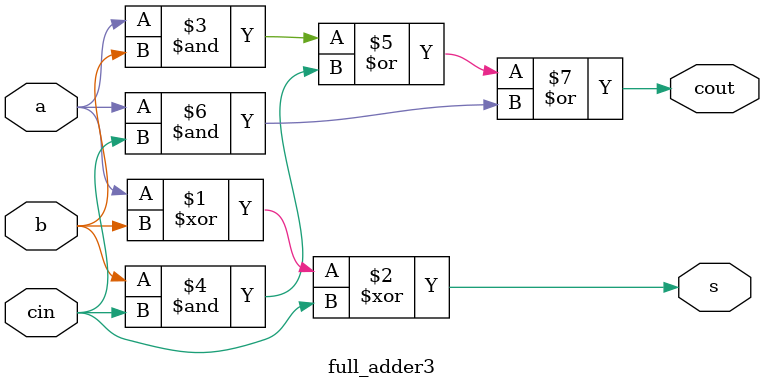
<source format=sv>
module full_adder3 (
        input a,
        input b,
        input cin,
        output s,
        output cout);
    assign s = a^b^cin;
    assign cout = (a&b) | (b&cin) | (a&cin);
endmodule

</source>
